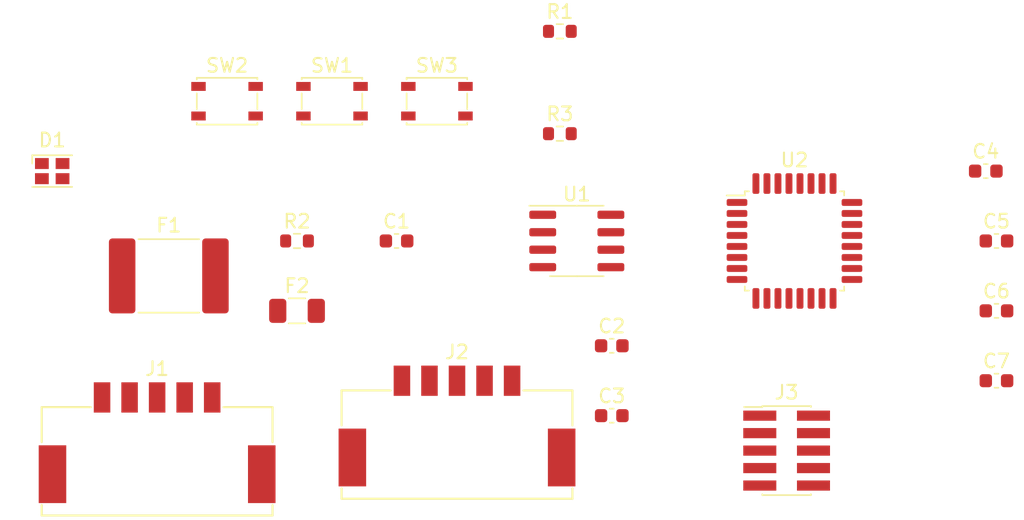
<source format=kicad_pcb>
(kicad_pcb (version 20211014) (generator pcbnew)
  (layers (0 "F.Cu" signal) (31 "B.Cu" signal) (34 "B.Paste" user) (35 "F.Paste" user) (36 "B.SilkS" user "B.Silkscreen") (37 "F.SilkS" user "F.Silkscreen") (38 "B.Mask" user) (39 "F.Mask" user) (44 "Edge.Cuts" user))
  (net 0 "")
  (net 1 "GND")
  (net 2 "+3V3")
  (net 3 "/RST")
  (net 4 "Net-(D1-Pad4)")
  (net 5 "Net-(D1-Pad3)")
  (net 6 "Net-(D1-Pad2)")
  (net 7 "Net-(F1-Pad2)")
  (net 8 "+12V")
  (net 9 "Net-(F2-Pad2)")
  (net 10 "/CAN/CANH")
  (net 11 "/CAN/CANL")
  (net 12 "Net-(J3-Pad6)")
  (net 13 "/LED_B")
  (net 14 "/LED_G")
  (net 15 "/LED_R")
  (net 16 "/DBG2")
  (net 17 "/DBG1")
  (net 18 "/CAN_TX")
  (net 19 "/CAN_RX")
  (net 20 "/NOGGIN/PA8")
  (net 21 "/NOGGIN/PB15")
  (net 22 "/NOGGIN/PB1")
  (net 23 "/NOGGIN/PB0")
  (net 24 "/NOGGIN/PA7")
  (net 25 "/NOGGIN/PA6")
  (net 26 "/NOGGIN/PA3")
  (net 27 "/NOGGIN/PA2")
  (net 28 "/NOGGIN/PA1")
  (net 29 "/NOGGIN/PA0")
  (net 30 "/NOGGIN/PA9(TX)")
  (net 31 "/NOGGIN/PA10(RX)")
  (net 32 "/NOGGIN/PA14-BOOT0(SWCLK)")
  (net 33 "/NOGGIN/PA13(SWDIO)")
  (net 34 "Net-(U1-Pad8)")
  (net 35 "Net-(U1-Pad5)")
  (net 36 "/NOGGIN/PB6")
  (net 37 "/NOGGIN/PD3")
  (net 38 "/NOGGIN/PD2")
  (net 39 "/NOGGIN/PA12")
  (net 40 "/NOGGIN/PA11")
  (net 41 "/NOGGIN/PA5")
  (net 42 "/NOGGIN/PA4")
  (footprint "Capacitor_SMD:C_0603_1608Metric" (layer "F.Cu") (at 134.23 114.3)
    (fp_text reference "C1" (at 0 -1.43) (layer "F.SilkS"))
    (fp_text value "100n")
    (fp_line (start -0.14058 -0.51) (end 0.14058 -0.51) (layer "F.SilkS") (width 0.12))
    (fp_line (start -0.14058 0.51) (end 0.14058 0.51) (layer "F.SilkS") (width 0.12))
    (pad "1" smd roundrect locked (at -0.775 0) (size 0.9 0.95) (layers "F.Cu" "F.Paste" "F.Mask") (net 2 "+3V3"))
    (pad "2" smd roundrect locked (at 0.775 0) (size 0.9 0.95) (layers "F.Cu" "F.Paste" "F.Mask") (net 1 "GND"))
  )
  (footprint "LED_SMD:LED_Cree-PLCC4_2x2mm_CW" (layer "F.Cu") (at 109.22 109.22)
    (fp_text reference "D1" (at 0 -2.25) (layer "F.SilkS"))
    (fp_text value "LED_ARGB")
    (fp_line (start -1.45 1.15) (end 1.45 1.15) (layer "F.SilkS") (width 0.12))
    (fp_line (start -1.45 -0.55) (end -1.45 -1.15) (layer "F.SilkS") (width 0.12))
    (fp_line (start -1.45 -1.15) (end 1.45 -1.15) (layer "F.SilkS") (width 0.12))
    (pad "1" smd rect locked (at -0.75 -0.55) (size 1 0.8) (layers "F.Cu" "F.Paste" "F.Mask") (net 2 "+3V3"))
    (pad "2" smd rect locked (at 0.75 -0.55) (size 1 0.8) (layers "F.Cu" "F.Paste" "F.Mask") (net 6 "Net-(D1-Pad2)"))
    (pad "3" smd rect locked (at 0.75 0.55) (size 1 0.8) (layers "F.Cu" "F.Paste" "F.Mask") (net 5 "Net-(D1-Pad3)"))
    (pad "4" smd rect locked (at -0.75 0.55) (size 1 0.8) (layers "F.Cu" "F.Paste" "F.Mask") (net 4 "Net-(D1-Pad4)"))
  )
  (footprint "Fuse:Fuse_2920_7451Metric" (layer "F.Cu") (at 117.6875 116.84)
    (fp_text reference "F1" (at 0 -3.68) (layer "F.SilkS"))
    (fp_text value "5A")
    (fp_line (start -2.203752 2.67) (end 2.203752 2.67) (layer "F.SilkS") (width 0.12))
    (fp_line (start -2.203752 -2.67) (end 2.203752 -2.67) (layer "F.SilkS") (width 0.12))
    (pad "1" smd roundrect locked (at -3.3875 0) (size 1.925 5.45) (layers "F.Cu" "F.Paste" "F.Mask") (roundrect_rratio 0.12987) (net 8 "+12V"))
    (pad "2" smd roundrect locked (at 3.3875 0) (size 1.925 5.45) (layers "F.Cu" "F.Paste" "F.Mask") (roundrect_rratio 0.12987) (net 7 "Net-(F1-Pad2)"))
  )
  (footprint "Fuse:Fuse_1206_3216Metric" (layer "F.Cu") (at 127 119.38)
    (fp_text reference "F2" (at 0 -1.82) (layer "F.SilkS"))
    (fp_text value "1A")
    (fp_line (start -0.602064 0.91) (end 0.602064 0.91) (layer "F.SilkS") (width 0.12))
    (fp_line (start -0.602064 -0.91) (end 0.602064 -0.91) (layer "F.SilkS") (width 0.12))
    (pad "1" smd roundrect locked (at -1.4 0) (size 1.25 1.75) (layers "F.Cu" "F.Paste" "F.Mask") (roundrect_rratio 0.2) (net 2 "+3V3"))
    (pad "2" smd roundrect locked (at 1.4 0) (size 1.25 1.75) (layers "F.Cu" "F.Paste" "F.Mask") (roundrect_rratio 0.2) (net 9 "Net-(F2-Pad2)"))
  )
  (footprint "extraparts:Molex_DuraClik_Vert_5pin" (layer "F.Cu") (at 116.84 134.255)
    (fp_text reference "J1" (at 0 -10.668) (layer "F.SilkS"))
    (fp_text value "CAN")
    (fp_line (start 4.826 -7.874) (end 8.382 -7.874) (layer "F.SilkS") (width 0.15))
    (fp_line (start 8.382 -7.874) (end 8.382 -5.334) (layer "F.SilkS") (width 0.15))
    (fp_line (start 8.382 0) (end 8.382 -0.762) (layer "F.SilkS") (width 0.15))
    (fp_line (start -8.382 -7.874) (end -8.382 -5.334) (layer "F.SilkS") (width 0.15))
    (fp_line (start -4.826 -7.874) (end -8.382 -7.874) (layer "F.SilkS") (width 0.15))
    (fp_line (start -8.382 0) (end 8.382 0) (layer "F.SilkS") (width 0.15))
    (fp_line (start -8.382 -0.762) (end -8.382 0) (layer "F.SilkS") (width 0.15))
    (pad "1" smd rect locked (at 4 -8.58) (size 1.2 2.2) (layers "F.Cu" "F.Paste" "F.Mask") (net 7 "Net-(F1-Pad2)"))
    (pad "2" smd rect locked (at 2 -8.58) (size 1.2 2.2) (layers "F.Cu" "F.Paste" "F.Mask") (net 9 "Net-(F2-Pad2)"))
    (pad "3" smd rect locked (at 0 -8.58) (size 1.2 2.2) (layers "F.Cu" "F.Paste" "F.Mask") (net 1 "GND"))
    (pad "4" smd rect locked (at -2 -8.58) (size 1.2 2.2) (layers "F.Cu" "F.Paste" "F.Mask") (net 10 "/CAN/CANH"))
    (pad "5" smd rect locked (at -4 -8.58) (size 1.2 2.2) (layers "F.Cu" "F.Paste" "F.Mask") (net 11 "/CAN/CANL"))
    (pad "MP" smd rect locked (at 7.6 -3) (size 2 4.2) (layers "F.Cu" "F.Paste" "F.Mask"))
    (pad "MP" smd rect locked (at -7.6 -3) (size 2 4.2) (layers "F.Cu" "F.Paste" "F.Mask"))
  )
  (footprint "extraparts:Molex_DuraClik_Vert_5pin" (layer "F.Cu") (at 138.62 133.04)
    (fp_text reference "J2" (at 0 -10.668) (layer "F.SilkS"))
    (fp_text value "CAN")
    (fp_line (start 4.826 -7.874) (end 8.382 -7.874) (layer "F.SilkS") (width 0.15))
    (fp_line (start -8.382 -0.762) (end -8.382 0) (layer "F.SilkS") (width 0.15))
    (fp_line (start -8.382 0) (end 8.382 0) (layer "F.SilkS") (width 0.15))
    (fp_line (start -8.382 -7.874) (end -8.382 -5.334) (layer "F.SilkS") (width 0.15))
    (fp_line (start -4.826 -7.874) (end -8.382 -7.874) (layer "F.SilkS") (width 0.15))
    (fp_line (start 8.382 0) (end 8.382 -0.762) (layer "F.SilkS") (width 0.15))
    (fp_line (start 8.382 -7.874) (end 8.382 -5.334) (layer "F.SilkS") (width 0.15))
    (pad "1" smd rect locked (at 4 -8.58) (size 1.2 2.2) (layers "F.Cu" "F.Paste" "F.Mask") (net 7 "Net-(F1-Pad2)"))
    (pad "2" smd rect locked (at 2 -8.58) (size 1.2 2.2) (layers "F.Cu" "F.Paste" "F.Mask") (net 9 "Net-(F2-Pad2)"))
    (pad "3" smd rect locked (at 0 -8.58) (size 1.2 2.2) (layers "F.Cu" "F.Paste" "F.Mask") (net 1 "GND"))
    (pad "4" smd rect locked (at -2 -8.58) (size 1.2 2.2) (layers "F.Cu" "F.Paste" "F.Mask") (net 10 "/CAN/CANH"))
    (pad "5" smd rect locked (at -4 -8.58) (size 1.2 2.2) (layers "F.Cu" "F.Paste" "F.Mask") (net 11 "/CAN/CANL"))
    (pad "MP" smd rect locked (at 7.6 -3) (size 2 4.2) (layers "F.Cu" "F.Paste" "F.Mask"))
    (pad "MP" smd rect locked (at -7.6 -3) (size 2 4.2) (layers "F.Cu" "F.Paste" "F.Mask"))
  )
  (footprint "Resistor_SMD:R_0603_1608Metric" (layer "F.Cu") (at 146.09 99.06)
    (fp_text reference "R1" (at 0 -1.43) (layer "F.SilkS"))
    (fp_text value "47")
    (fp_line (start -0.237258 0.5225) (end 0.237258 0.5225) (layer "F.SilkS") (width 0.12))
    (fp_line (start -0.237258 -0.5225) (end 0.237258 -0.5225) (layer "F.SilkS") (width 0.12))
    (pad "1" smd roundrect locked (at -0.825 0) (size 0.8 0.95) (layers "F.Cu" "F.Paste" "F.Mask") (net 13 "/LED_B"))
    (pad "2" smd roundrect locked (at 0.825 0) (size 0.8 0.95) (layers "F.Cu" "F.Paste" "F.Mask") (net 4 "Net-(D1-Pad4)"))
  )
  (footprint "Resistor_SMD:R_0603_1608Metric" (layer "F.Cu") (at 127 114.3)
    (fp_text reference "R2" (at 0 -1.43) (layer "F.SilkS"))
    (fp_text value "47")
    (fp_line (start -0.237258 -0.5225) (end 0.237258 -0.5225) (layer "F.SilkS") (width 0.12))
    (fp_line (start -0.237258 0.5225) (end 0.237258 0.5225) (layer "F.SilkS") (width 0.12))
    (pad "1" smd roundrect locked (at -0.825 0) (size 0.8 0.95) (layers "F.Cu" "F.Paste" "F.Mask") (net 14 "/LED_G"))
    (pad "2" smd roundrect locked (at 0.825 0) (size 0.8 0.95) (layers "F.Cu" "F.Paste" "F.Mask") (net 5 "Net-(D1-Pad3)"))
  )
  (footprint "Resistor_SMD:R_0603_1608Metric" (layer "F.Cu") (at 146.09 106.5)
    (fp_text reference "R3" (at 0 -1.43) (layer "F.SilkS"))
    (fp_text value "47")
    (fp_line (start -0.237258 0.5225) (end 0.237258 0.5225) (layer "F.SilkS") (width 0.12))
    (fp_line (start -0.237258 -0.5225) (end 0.237258 -0.5225) (layer "F.SilkS") (width 0.12))
    (pad "1" smd roundrect locked (at -0.825 0) (size 0.8 0.95) (layers "F.Cu" "F.Paste" "F.Mask") (net 15 "/LED_R"))
    (pad "2" smd roundrect locked (at 0.825 0) (size 0.8 0.95) (layers "F.Cu" "F.Paste" "F.Mask") (net 6 "Net-(D1-Pad2)"))
  )
  (footprint "Button_Switch_SMD:SW_SPST_PTS810" (layer "F.Cu") (at 129.54 104.14)
    (fp_text reference "SW1" (at 0 -2.6) (layer "F.SilkS"))
    (fp_text value "DBG2")
    (fp_line (start 2.2 1.7) (end 2.2 1.58) (layer "F.SilkS") (width 0.12))
    (fp_line (start 2.2 -1.58) (end 2.2 -1.7) (layer "F.SilkS") (width 0.12))
    (fp_line (start -2.2 -0.57) (end -2.2 0.57) (layer "F.SilkS") (width 0.12))
    (fp_line (start -2.2 -1.7) (end -2.2 -1.58) (layer "F.SilkS") (width 0.12))
    (fp_line (start 2.2 0.57) (end 2.2 -0.57) (layer "F.SilkS") (width 0.12))
    (fp_line (start 2.2 -1.7) (end -2.2 -1.7) (layer "F.SilkS") (width 0.12))
    (fp_line (start -2.2 1.7) (end 2.2 1.7) (layer "F.SilkS") (width 0.12))
    (fp_line (start -2.2 1.58) (end -2.2 1.7) (layer "F.SilkS") (width 0.12))
    (pad "1" smd rect locked (at 2.075 -1.075) (size 1.05 0.65) (layers "F.Cu" "F.Paste" "F.Mask") (net 16 "/DBG2"))
    (pad "1" smd rect locked (at -2.075 -1.075) (size 1.05 0.65) (layers "F.Cu" "F.Paste" "F.Mask") (net 16 "/DBG2"))
    (pad "2" smd rect locked (at 2.075 1.075) (size 1.05 0.65) (layers "F.Cu" "F.Paste" "F.Mask") (net 1 "GND"))
    (pad "2" smd rect locked (at -2.075 1.075) (size 1.05 0.65) (layers "F.Cu" "F.Paste" "F.Mask") (net 1 "GND"))
  )
  (footprint "Button_Switch_SMD:SW_SPST_PTS810" (layer "F.Cu") (at 121.92 104.14)
    (fp_text reference "SW2" (at 0 -2.6) (layer "F.SilkS"))
    (fp_text value "DBG1")
    (fp_line (start 2.2 1.7) (end 2.2 1.58) (layer "F.SilkS") (width 0.12))
    (fp_line (start 2.2 0.57) (end 2.2 -0.57) (layer "F.SilkS") (width 0.12))
    (fp_line (start 2.2 -1.58) (end 2.2 -1.7) (layer "F.SilkS") (width 0.12))
    (fp_line (start -2.2 -1.7) (end -2.2 -1.58) (layer "F.SilkS") (width 0.12))
    (fp_line (start -2.2 1.58) (end -2.2 1.7) (layer "F.SilkS") (width 0.12))
    (fp_line (start -2.2 -0.57) (end -2.2 0.57) (layer "F.SilkS") (width 0.12))
    (fp_line (start 2.2 -1.7) (end -2.2 -1.7) (layer "F.SilkS") (width 0.12))
    (fp_line (start -2.2 1.7) (end 2.2 1.7) (layer "F.SilkS") (width 0.12))
    (pad "1" smd rect locked (at -2.075 -1.075) (size 1.05 0.65) (layers "F.Cu" "F.Paste" "F.Mask") (net 17 "/DBG1"))
    (pad "1" smd rect locked (at 2.075 -1.075) (size 1.05 0.65) (layers "F.Cu" "F.Paste" "F.Mask") (net 17 "/DBG1"))
    (pad "2" smd rect locked (at 2.075 1.075) (size 1.05 0.65) (layers "F.Cu" "F.Paste" "F.Mask") (net 1 "GND"))
    (pad "2" smd rect locked (at -2.075 1.075) (size 1.05 0.65) (layers "F.Cu" "F.Paste" "F.Mask") (net 1 "GND"))
  )
  (footprint "Button_Switch_SMD:SW_SPST_PTS810" (layer "F.Cu") (at 137.16 104.14)
    (fp_text reference "SW3" (at 0 -2.6) (layer "F.SilkS"))
    (fp_text value "RST")
    (fp_line (start 2.2 -1.58) (end 2.2 -1.7) (layer "F.SilkS") (width 0.12))
    (fp_line (start -2.2 1.7) (end 2.2 1.7) (layer "F.SilkS") (width 0.12))
    (fp_line (start 2.2 0.57) (end 2.2 -0.57) (layer "F.SilkS") (width 0.12))
    (fp_line (start -2.2 -1.7) (end -2.2 -1.58) (layer "F.SilkS") (width 0.12))
    (fp_line (start -2.2 1.58) (end -2.2 1.7) (layer "F.SilkS") (width 0.12))
    (fp_line (start 2.2 1.7) (end 2.2 1.58) (layer "F.SilkS") (width 0.12))
    (fp_line (start -2.2 -0.57) (end -2.2 0.57) (layer "F.SilkS") (width 0.12))
    (fp_line (start 2.2 -1.7) (end -2.2 -1.7) (layer "F.SilkS") (width 0.12))
    (pad "1" smd rect locked (at 2.075 -1.075) (size 1.05 0.65) (layers "F.Cu" "F.Paste" "F.Mask") (net 3 "/RST"))
    (pad "1" smd rect locked (at -2.075 -1.075) (size 1.05 0.65) (layers "F.Cu" "F.Paste" "F.Mask") (net 3 "/RST"))
    (pad "2" smd rect locked (at 2.075 1.075) (size 1.05 0.65) (layers "F.Cu" "F.Paste" "F.Mask") (net 1 "GND"))
    (pad "2" smd rect locked (at -2.075 1.075) (size 1.05 0.65) (layers "F.Cu" "F.Paste" "F.Mask") (net 1 "GND"))
  )
  (footprint "Package_SO:SOIC-8_3.9x4.9mm_P1.27mm" (layer "F.Cu") (at 147.32 114.3)
    (fp_text reference "U1" (at 0 -3.4) (layer "F.SilkS"))
    (fp_text value "TCAN330G")
    (fp_line (start 0 2.56) (end -1.95 2.56) (layer "F.SilkS") (width 0.12))
    (fp_line (start 0 2.56) (end 1.95 2.56) (layer "F.SilkS") (width 0.12))
    (fp_line (start 0 -2.56) (end -3.45 -2.56) (layer "F.SilkS") (width 0.12))
    (fp_line (start 0 -2.56) (end 1.95 -2.56) (layer "F.SilkS") (width 0.12))
    (pad "1" smd roundrect locked (at -2.475 -1.905) (size 1.95 0.6) (layers "F.Cu" "F.Paste" "F.Mask") (net 18 "/CAN_TX"))
    (pad "2" smd roundrect locked (at -2.475 -0.635) (size 1.95 0.6) (layers "F.Cu" "F.Paste" "F.Mask") (net 1 "GND"))
    (pad "3" smd roundrect locked (at -2.475 0.635) (size 1.95 0.6) (layers "F.Cu" "F.Paste" "F.Mask") (net 2 "+3V3"))
    (pad "4" smd roundrect locked (at -2.475 1.905) (size 1.95 0.6) (layers "F.Cu" "F.Paste" "F.Mask") (net 19 "/CAN_RX"))
    (pad "5" smd roundrect locked (at 2.475 1.905) (size 1.95 0.6) (layers "F.Cu" "F.Paste" "F.Mask") (net 35 "Net-(U1-Pad5)"))
    (pad "6" smd roundrect locked (at 2.475 0.635) (size 1.95 0.6) (layers "F.Cu" "F.Paste" "F.Mask") (net 11 "/CAN/CANL"))
    (pad "7" smd roundrect locked (at 2.475 -0.635) (size 1.95 0.6) (layers "F.Cu" "F.Paste" "F.Mask") (net 10 "/CAN/CANH"))
    (pad "8" smd roundrect locked (at 2.475 -1.905) (size 1.95 0.6) (layers "F.Cu" "F.Paste" "F.Mask") (net 34 "Net-(U1-Pad8)"))
  )
  (footprint "Capacitor_SMD:C_0603_1608Metric" (layer "F.Cu") (at 149.86 121.92)
    (fp_text reference "C2" (at 0 -1.43) (layer "F.SilkS"))
    (fp_text value "4.7u")
    (fp_line (start -0.14058 -0.51) (end 0.14058 -0.51) (layer "F.SilkS") (width 0.12))
    (fp_line (start -0.14058 0.51) (end 0.14058 0.51) (layer "F.SilkS") (width 0.12))
    (pad "1" smd roundrect locked (at -0.775 0) (size 0.9 0.95) (layers "F.Cu" "F.Paste" "F.Mask") (net 2 "+3V3"))
    (pad "2" smd roundrect locked (at 0.775 0) (size 0.9 0.95) (layers "F.Cu" "F.Paste" "F.Mask") (net 1 "GND"))
  )
  (footprint "Capacitor_SMD:C_0603_1608Metric" (layer "F.Cu") (at 149.86 127)
    (fp_text reference "C3" (at 0 -1.43) (layer "F.SilkS"))
    (fp_text value "100n")
    (fp_line (start -0.14058 0.51) (end 0.14058 0.51) (layer "F.SilkS") (width 0.12))
    (fp_line (start -0.14058 -0.51) (end 0.14058 -0.51) (layer "F.SilkS") (width 0.12))
    (pad "1" smd roundrect locked (at -0.775 0) (size 0.9 0.95) (layers "F.Cu" "F.Paste" "F.Mask") (net 3 "/RST"))
    (pad "2" smd roundrect locked (at 0.775 0) (size 0.9 0.95) (layers "F.Cu" "F.Paste" "F.Mask") (net 1 "GND"))
  )
  (footprint "Capacitor_SMD:C_0603_1608Metric" (layer "F.Cu") (at 177.025 109.22)
    (fp_text reference "C4" (at 0 -1.43) (layer "F.SilkS"))
    (fp_text value "100n")
    (fp_line (start -0.14058 0.51) (end 0.14058 0.51) (layer "F.SilkS") (width 0.12))
    (fp_line (start -0.14058 -0.51) (end 0.14058 -0.51) (layer "F.SilkS") (width 0.12))
    (pad "1" smd roundrect locked (at -0.775 0) (size 0.9 0.95) (layers "F.Cu" "F.Paste" "F.Mask") (net 2 "+3V3"))
    (pad "2" smd roundrect locked (at 0.775 0) (size 0.9 0.95) (layers "F.Cu" "F.Paste" "F.Mask") (net 1 "GND"))
  )
  (footprint "Capacitor_SMD:C_0603_1608Metric" (layer "F.Cu") (at 177.8 114.3)
    (fp_text reference "C5" (at 0 -1.43) (layer "F.SilkS"))
    (fp_text value "4.7u")
    (fp_line (start -0.14058 0.51) (end 0.14058 0.51) (layer "F.SilkS") (width 0.12))
    (fp_line (start -0.14058 -0.51) (end 0.14058 -0.51) (layer "F.SilkS") (width 0.12))
    (pad "1" smd roundrect locked (at -0.775 0) (size 0.9 0.95) (layers "F.Cu" "F.Paste" "F.Mask") (net 2 "+3V3"))
    (pad "2" smd roundrect locked (at 0.775 0) (size 0.9 0.95) (layers "F.Cu" "F.Paste" "F.Mask") (net 1 "GND"))
  )
  (footprint "Capacitor_SMD:C_0603_1608Metric" (layer "F.Cu") (at 177.8 119.38)
    (fp_text reference "C6" (at 0 -1.43) (layer "F.SilkS"))
    (fp_text value "100n")
    (fp_line (start -0.14058 0.51) (end 0.14058 0.51) (layer "F.SilkS") (width 0.12))
    (fp_line (start -0.14058 -0.51) (end 0.14058 -0.51) (layer "F.SilkS") (width 0.12))
    (pad "1" smd roundrect locked (at -0.775 0) (size 0.9 0.95) (layers "F.Cu" "F.Paste" "F.Mask") (net 2 "+3V3"))
    (pad "2" smd roundrect locked (at 0.775 0) (size 0.9 0.95) (layers "F.Cu" "F.Paste" "F.Mask") (net 1 "GND"))
  )
  (footprint "Capacitor_SMD:C_0603_1608Metric" (layer "F.Cu") (at 177.8 124.46)
    (fp_text reference "C7" (at 0 -1.43) (layer "F.SilkS"))
    (fp_text value "4.7u")
    (fp_line (start -0.14058 0.51) (end 0.14058 0.51) (layer "F.SilkS") (width 0.12))
    (fp_line (start -0.14058 -0.51) (end 0.14058 -0.51) (layer "F.SilkS") (width 0.12))
    (pad "1" smd roundrect locked (at -0.775 0) (size 0.9 0.95) (layers "F.Cu" "F.Paste" "F.Mask") (net 2 "+3V3"))
    (pad "2" smd roundrect locked (at 0.775 0) (size 0.9 0.95) (layers "F.Cu" "F.Paste" "F.Mask") (net 1 "GND"))
  )
  (footprint "Connector_PinHeader_1.27mm:PinHeader_2x05_P1.27mm_Vertical_SMD" (layer "F.Cu") (at 162.56 129.54)
    (fp_text reference "J3" (at 0 -4.235) (layer "F.SilkS"))
    (fp_text value "SWD_UART")
    (fp_line (start -1.765 3.17) (end -1.765 3.235) (layer "F.SilkS") (width 0.12))
    (fp_line (start -3.09 -3.17) (end -1.765 -3.17) (layer "F.SilkS") (width 0.12))
    (fp_line (start 1.765 3.17) (end 1.765 3.235) (layer "F.SilkS") (width 0.12))
    (fp_line (start 1.765 -3.235) (end 1.765 -3.17) (layer "F.SilkS") (width 0.12))
    (fp_line (start -1.765 -3.235) (end -1.765 -3.17) (layer "F.SilkS") (width 0.12))
    (fp_line (start -1.765 -3.235) (end 1.765 -3.235) (layer "F.SilkS") (width 0.12))
    (fp_line (start -1.765 3.235) (end 1.765 3.235) (layer "F.SilkS") (width 0.12))
    (pad "1" smd rect locked (at -1.95 -2.54) (size 2.4 0.74) (layers "F.Cu" "F.Paste" "F.Mask") (net 2 "+3V3"))
    (pad "2" smd rect locked (at 1.95 -2.54) (size 2.4 0.74) (layers "F.Cu" "F.Paste" "F.Mask") (net 33 "/NOGGIN/PA13(SWDIO)"))
    (pad "3" smd rect locked (at -1.95 -1.27) (size 2.4 0.74) (layers "F.Cu" "F.Paste" "F.Mask") (net 1 "GND"))
    (pad "4" smd rect locked (at 1.95 -1.27) (size 2.4 0.74) (layers "F.Cu" "F.Paste" "F.Mask") (net 32 "/NOGGIN/PA14-BOOT0(SWCLK)"))
    (pad "5" smd rect locked (at -1.95 0) (size 2.4 0.74) (layers "F.Cu" "F.Paste" "F.Mask") (net 1 "GND"))
    (pad "6" smd rect locked (at 1.95 0) (size 2.4 0.74) (layers "F.Cu" "F.Paste" "F.Mask") (net 12 "Net-(J3-Pad6)"))
    (pad "7" smd rect locked (at -1.95 1.27) (size 2.4 0.74) (layers "F.Cu" "F.Paste" "F.Mask") (net 31 "/NOGGIN/PA10(RX)"))
    (pad "8" smd rect locked (at 1.95 1.27) (size 2.4 0.74) (layers "F.Cu" "F.Paste" "F.Mask") (net 30 "/NOGGIN/PA9(TX)"))
    (pad "9" smd rect locked (at -1.95 2.54) (size 2.4 0.74) (layers "F.Cu" "F.Paste" "F.Mask") (net 1 "GND"))
    (pad "10" smd rect locked (at 1.95 2.54) (size 2.4 0.74) (layers "F.Cu" "F.Paste" "F.Mask") (net 3 "/RST"))
  )
  (footprint "Package_QFP:LQFP-32_7x7mm_P0.8mm" (layer "F.Cu") (at 163.13 114.3)
    (fp_text reference "U2" (at 0 -5.88) (layer "F.SilkS"))
    (fp_text value "STM32G0B1KxTxN")
    (fp_line (start 3.31 3.61) (end 3.61 3.61) (layer "F.SilkS") (width 0.12))
    (fp_line (start 3.31 -3.61) (end 3.61 -3.61) (layer "F.SilkS") (width 0.12))
    (fp_line (start -3.31 -3.61) (end -3.61 -3.61) (layer "F.SilkS") (width 0.12))
    (fp_line (start 3.61 3.61) (end 3.61 3.31) (layer "F.SilkS") (width 0.12))
    (fp_line (start -3.61 3.61) (end -3.61 3.31) (layer "F.SilkS") (width 0.12))
    (fp_line (start -3.61 -3.31) (end -4.925 -3.31) (layer "F.SilkS") (width 0.12))
    (fp_line (start -3.61 -3.61) (end -3.61 -3.31) (layer "F.SilkS") (width 0.12))
    (fp_line (start 3.61 -3.61) (end 3.61 -3.31) (layer "F.SilkS") (width 0.12))
    (fp_line (start -3.31 3.61) (end -3.61 3.61) (layer "F.SilkS") (width 0.12))
    (pad "1" smd roundrect locked (at -4.175 -2.8) (size 1.5 0.5) (layers "F.Cu" "F.Paste" "F.Mask") (net 13 "/LED_B"))
    (pad "2" smd roundrect locked (at -4.175 -2) (size 1.5 0.5) (layers "F.Cu" "F.Paste" "F.Mask") (net 17 "/DBG1"))
    (pad "3" smd roundrect locked (at -4.175 -1.2) (size 1.5 0.5) (layers "F.Cu" "F.Paste" "F.Mask") (net 16 "/DBG2"))
    (pad "4" smd roundrect locked (at -4.175 -0.4) (size 1.5 0.5) (layers "F.Cu" "F.Paste" "F.Mask") (net 2 "+3V3"))
    (pad "5" smd roundrect locked (at -4.175 0.4) (size 1.5 0.5) (layers "F.Cu" "F.Paste" "F.Mask") (net 1 "GND"))
    (pad "6" smd roundrect locked (at -4.175 1.2) (size 1.5 0.5) (layers "F.Cu" "F.Paste" "F.Mask") (net 3 "/RST"))
    (pad "7" smd roundrect locked (at -4.175 2) (size 1.5 0.5) (layers "F.Cu" "F.Paste" "F.Mask") (net 29 "/NOGGIN/PA0"))
    (pad "8" smd roundrect locked (at -4.175 2.8) (size 1.5 0.5) (layers "F.Cu" "F.Paste" "F.Mask") (net 28 "/NOGGIN/PA1"))
    (pad "9" smd roundrect locked (at -2.8 4.175) (size 0.5 1.5) (layers "F.Cu" "F.Paste" "F.Mask") (net 27 "/NOGGIN/PA2"))
    (pad "10" smd roundrect locked (at -2 4.175) (size 0.5 1.5) (layers "F.Cu" "F.Paste" "F.Mask") (net 26 "/NOGGIN/PA3"))
    (pad "11" smd roundrect locked (at -1.2 4.175) (size 0.5 1.5) (layers "F.Cu" "F.Paste" "F.Mask") (net 42 "/NOGGIN/PA4"))
    (pad "12" smd roundrect locked (at -0.4 4.175) (size 0.5 1.5) (layers "F.Cu" "F.Paste" "F.Mask") (net 41 "/NOGGIN/PA5"))
    (pad "13" smd roundrect locked (at 0.4 4.175) (size 0.5 1.5) (layers "F.Cu" "F.Paste" "F.Mask") (net 25 "/NOGGIN/PA6"))
    (pad "14" smd roundrect locked (at 1.2 4.175) (size 0.5 1.5) (layers "F.Cu" "F.Paste" "F.Mask") (net 24 "/NOGGIN/PA7"))
    (pad "15" smd roundrect locked (at 2 4.175) (size 0.5 1.5) (layers "F.Cu" "F.Paste" "F.Mask") (net 23 "/NOGGIN/PB0"))
    (pad "16" smd roundrect locked (at 2.8 4.175) (size 0.5 1.5) (layers "F.Cu" "F.Paste" "F.Mask") (net 22 "/NOGGIN/PB1"))
    (pad "17" smd roundrect locked (at 4.175 2.8) (size 1.5 0.5) (layers "F.Cu" "F.Paste" "F.Mask") (net 21 "/NOGGIN/PB15"))
    (pad "18" smd roundrect locked (at 4.175 2) (size 1.5 0.5) (layers "F.Cu" "F.Paste" "F.Mask") (net 20 "/NOGGIN/PA8"))
    (pad "19" smd roundrect locked (at 4.175 1.2) (size 1.5 0.5) (layers "F.Cu" "F.Paste" "F.Mask") (net 30 "/NOGGIN/PA9(TX)"))
    (pad "20" smd roundrect locked (at 4.175 0.4) (size 1.5 0.5) (layers "F.Cu" "F.Paste" "F.Mask") (net 2 "+3V3"))
    (pad "21" smd roundrect locked (at 4.175 -0.4) (size 1.5 0.5) (layers "F.Cu" "F.Paste" "F.Mask") (net 31 "/NOGGIN/PA10(RX)"))
    (pad "22" smd roundrect locked (at 4.175 -1.2) (size 1.5 0.5) (layers "F.Cu" "F.Paste" "F.Mask") (net 40 "/NOGGIN/PA11"))
    (pad "23" smd roundrect locked (at 4.175 -2) (size 1.5 0.5) (layers "F.Cu" "F.Paste" "F.Mask") (net 39 "/NOGGIN/PA12"))
    (pad "24" smd roundrect locked (at 4.175 -2.8) (size 1.5 0.5) (layers "F.Cu" "F.Paste" "F.Mask") (net 33 "/NOGGIN/PA13(SWDIO)"))
    (pad "25" smd roundrect locked (at 2.8 -4.175) (size 0.5 1.5) (layers "F.Cu" "F.Paste" "F.Mask") (net 32 "/NOGGIN/PA14-BOOT0(SWCLK)"))
    (pad "26" smd roundrect locked (at 2 -4.175) (size 0.5 1.5) (layers "F.Cu" "F.Paste" "F.Mask") (net 19 "/CAN_RX"))
    (pad "27" smd roundrect locked (at 1.2 -4.175) (size 0.5 1.5) (layers "F.Cu" "F.Paste" "F.Mask") (net 18 "/CAN_TX"))
    (pad "28" smd roundrect locked (at 0.4 -4.175) (size 0.5 1.5) (layers "F.Cu" "F.Paste" "F.Mask") (net 38 "/NOGGIN/PD2"))
    (pad "29" smd roundrect locked (at -0.4 -4.175) (size 0.5 1.5) (layers "F.Cu" "F.Paste" "F.Mask") (net 37 "/NOGGIN/PD3"))
    (pad "30" smd roundrect locked (at -1.2 -4.175) (size 0.5 1.5) (layers "F.Cu" "F.Paste" "F.Mask") (net 36 "/NOGGIN/PB6"))
    (pad "31" smd roundrect locked (at -2 -4.175) (size 0.5 1.5) (layers "F.Cu" "F.Paste" "F.Mask") (net 15 "/LED_R"))
    (pad "32" smd roundrect locked (at -2.8 -4.175) (size 0.5 1.5) (layers "F.Cu" "F.Paste" "F.Mask") (net 14 "/LED_G"))
  )
)
</source>
